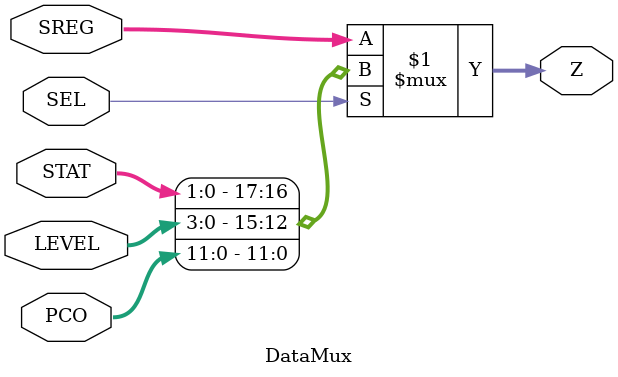
<source format=v>

module DataMux(
    input SEL,

    input [11:0] PCO,
    input [1:0] STAT,
    input [3:0] LEVEL,
    input [17:0] SREG,

    output [17:0] Z
    );

    assign Z = (SEL) ? {STAT, LEVEL, PCO} : SREG;

endmodule

</source>
